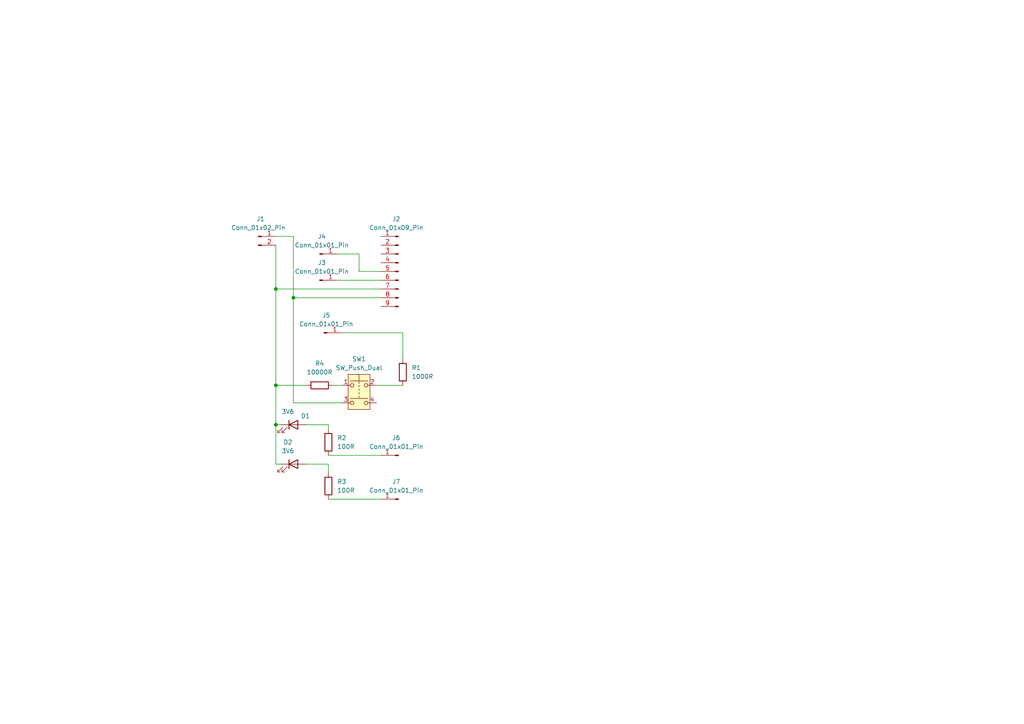
<source format=kicad_sch>
(kicad_sch (version 20230121) (generator eeschema)
  (paper "A4")
  (lib_symbols
    (symbol "Connector:Conn_01x01_Pin" (pin_names (offset 1.016) hide)
      (property "Reference" "J" (at 0 2.54 0))
      (property "Value" "Conn_01x01_Pin" (at 0 -2.54 0))
      (symbol "Conn_01x01_Pin_1_1"
        (polyline (pts (xy 1.27 0) (xy 0.8636 0)) (stroke (width 0.1524)))
        (rectangle (start 0.8636 0.127) (end 0 -0.127) (stroke (width 0.1524)) (fill (type outline)))
        (pin passive line (at 5.08 0 180) (length 3.81) (name "Pin_1") (number "1"))
      )
    )
    (symbol "Connector:Conn_01x02_Pin" (pin_names (offset 1.016) hide)
      (property "Reference" "J" (at 0 2.54 0))
      (property "Value" "Conn_01x02_Pin" (at 0 -5.08 0))
      (symbol "Conn_01x02_Pin_1_1"
        (polyline (pts (xy 1.27 -2.54) (xy 0.8636 -2.54)) (stroke (width 0.1524)))
        (polyline (pts (xy 1.27 0) (xy 0.8636 0)) (stroke (width 0.1524)))
        (rectangle (start 0.8636 -2.413) (end 0 -2.667) (stroke (width 0.1524)) (fill (type outline)))
        (rectangle (start 0.8636 0.127) (end 0 -0.127) (stroke (width 0.1524)) (fill (type outline)))
        (pin passive line (at 5.08 0 180) (length 3.81) (name "Pin_1") (number "1"))
        (pin passive line (at 5.08 -2.54 180) (length 3.81) (name "Pin_2") (number "2"))
      )
    )
    (symbol "Connector:Conn_01x09_Pin" (pin_names (offset 1.016) hide)
      (property "Reference" "J" (at 0 12.7 0))
      (property "Value" "Conn_01x09_Pin" (at 0 -12.7 0))
      (symbol "Conn_01x09_Pin_1_1"
        (polyline (pts (xy 1.27 -10.16) (xy 0.8636 -10.16)) (stroke (width 0.1524)))
        (polyline (pts (xy 1.27 -7.62) (xy 0.8636 -7.62)) (stroke (width 0.1524)))
        (polyline (pts (xy 1.27 -5.08) (xy 0.8636 -5.08)) (stroke (width 0.1524)))
        (polyline (pts (xy 1.27 -2.54) (xy 0.8636 -2.54)) (stroke (width 0.1524)))
        (polyline (pts (xy 1.27 0) (xy 0.8636 0)) (stroke (width 0.1524)))
        (polyline (pts (xy 1.27 2.54) (xy 0.8636 2.54)) (stroke (width 0.1524)))
        (polyline (pts (xy 1.27 5.08) (xy 0.8636 5.08)) (stroke (width 0.1524)))
        (polyline (pts (xy 1.27 7.62) (xy 0.8636 7.62)) (stroke (width 0.1524)))
        (polyline (pts (xy 1.27 10.16) (xy 0.8636 10.16)) (stroke (width 0.1524)))
        (rectangle (start 0.8636 -10.033) (end 0 -10.287) (stroke (width 0.1524)) (fill (type outline)))
        (rectangle (start 0.8636 -7.493) (end 0 -7.747) (stroke (width 0.1524)) (fill (type outline)))
        (rectangle (start 0.8636 -4.953) (end 0 -5.207) (stroke (width 0.1524)) (fill (type outline)))
        (rectangle (start 0.8636 -2.413) (end 0 -2.667) (stroke (width 0.1524)) (fill (type outline)))
        (rectangle (start 0.8636 0.127) (end 0 -0.127) (stroke (width 0.1524)) (fill (type outline)))
        (rectangle (start 0.8636 2.667) (end 0 2.413) (stroke (width 0.1524)) (fill (type outline)))
        (rectangle (start 0.8636 5.207) (end 0 4.953) (stroke (width 0.1524)) (fill (type outline)))
        (rectangle (start 0.8636 7.747) (end 0 7.493) (stroke (width 0.1524)) (fill (type outline)))
        (rectangle (start 0.8636 10.287) (end 0 10.033) (stroke (width 0.1524)) (fill (type outline)))
        (pin passive line (at 5.08 10.16 180) (length 3.81) (name "Pin_1") (number "1"))
        (pin passive line (at 5.08 7.62 180) (length 3.81) (name "Pin_2") (number "2"))
        (pin passive line (at 5.08 5.08 180) (length 3.81) (name "Pin_3") (number "3"))
        (pin passive line (at 5.08 2.54 180) (length 3.81) (name "Pin_4") (number "4"))
        (pin passive line (at 5.08 0 180) (length 3.81) (name "Pin_5") (number "5"))
        (pin passive line (at 5.08 -2.54 180) (length 3.81) (name "Pin_6") (number "6"))
        (pin passive line (at 5.08 -5.08 180) (length 3.81) (name "Pin_7") (number "7"))
        (pin passive line (at 5.08 -7.62 180) (length 3.81) (name "Pin_8") (number "8"))
        (pin passive line (at 5.08 -10.16 180) (length 3.81) (name "Pin_9") (number "9"))
      )
    )
    (symbol "Device:LED" (pin_numbers hide) (pin_names (offset 1.016) hide)
      (property "Reference" "D" (at 0 2.54 0))
      (property "Value" "LED" (at 0 -2.54 0))
      (symbol "LED_0_1"
        (polyline (pts (xy -1.27 -1.27) (xy -1.27 1.27)) (stroke (width 0.254)))
        (polyline (pts (xy -1.27 0) (xy 1.27 0)))
        (polyline (pts (xy 1.27 -1.27) (xy 1.27 1.27) (xy -1.27 0) (xy 1.27 -1.27)) (stroke (width 0.254)))
        (polyline (pts (xy -3.048 -0.762) (xy -4.572 -2.286) (xy -3.81 -2.286) (xy -4.572 -2.286) (xy -4.572 -1.524)))
        (polyline (pts (xy -1.778 -0.762) (xy -3.302 -2.286) (xy -2.54 -2.286) (xy -3.302 -2.286) (xy -3.302 -1.524)))
      )
      (symbol "LED_1_1"
        (pin passive line (at -3.81 0 0) (length 2.54) (name "K") (number "1"))
        (pin passive line (at 3.81 0 180) (length 2.54) (name "A") (number "2"))
      )
    )
    (symbol "Device:R" (pin_numbers hide) (pin_names (offset 0))
      (property "Reference" "R" (at 2.032 0 90))
      (property "Value" "R" (at 0 0 90))
      (symbol "R_0_1"
        (rectangle (start -1.016 -2.54) (end 1.016 2.54) (stroke (width 0.254)))
      )
      (symbol "R_1_1"
        (pin passive line (at 0 3.81 270) (length 1.27) (name "~") (number "1"))
        (pin passive line (at 0 -3.81 90) (length 1.27) (name "~") (number "2"))
      )
    )
    (symbol "Switch:SW_Push_Dual" (pin_names (offset 1.016) hide)
      (property "Reference" "SW" (at 0 7.62 0))
      (property "Value" "SW_Push_Dual" (at 0 -6.35 0))
      (symbol "SW_Push_Dual_0_1"
        (circle (center -2.032 -2.54) (radius 0.508))
        (circle (center -2.032 2.54) (radius 0.508))
        (polyline (pts (xy 0 -0.508) (xy 0 -1.016)))
        (polyline (pts (xy 0 0.508) (xy 0 0)))
        (polyline (pts (xy 0 1.016) (xy 0 1.524)))
        (polyline (pts (xy 0 2.032) (xy 0 2.54)))
        (polyline (pts (xy 0 3.048) (xy 0 3.556)))
        (polyline (pts (xy 0 3.81) (xy 0 5.588)))
        (polyline (pts (xy 2.54 -1.27) (xy -2.54 -1.27)))
        (polyline (pts (xy 2.54 3.81) (xy -2.54 3.81)))
        (circle (center 2.032 -2.54) (radius 0.508))
        (circle (center 2.032 2.54) (radius 0.508))
        (pin passive line (at -5.08 2.54 0) (length 2.54) (name "1") (number "1"))
        (pin passive line (at 5.08 2.54 180) (length 2.54) (name "2") (number "2"))
        (pin passive line (at -5.08 -2.54 0) (length 2.54) (name "3") (number "3"))
        (pin passive line (at 5.08 -2.54 180) (length 2.54) (name "4") (number "4"))
      )
      (symbol "SW_Push_Dual_1_1"
        (rectangle (start -3.175 5.715) (end 3.175 -4.445) (fill (type background)))
      )
    )
  )
  (junction (at 80.01 123.19))
  (junction (at 80.01 111.76))
  (junction (at 80.01 83.82))
  (junction (at 85.09 86.36))
  (wire (pts (xy 109.22 111.76) (xy 116.84 111.76)))
  (wire (pts (xy 85.09 68.58) (xy 85.09 86.36)))
  (wire (pts (xy 99.06 96.52) (xy 116.84 96.52)))
  (wire (pts (xy 96.52 111.76) (xy 99.06 111.76)))
  (wire (pts (xy 95.25 132.08) (xy 110.49 132.08)))
  (wire (pts (xy 97.79 73.66) (xy 104.14 73.66)))
  (wire (pts (xy 80.01 111.76) (xy 80.01 123.19)))
  (wire (pts (xy 116.84 96.52) (xy 116.84 104.14)))
  (wire (pts (xy 88.9 134.62) (xy 95.25 134.62)))
  (wire (pts (xy 80.01 68.58) (xy 85.09 68.58)))
  (wire (pts (xy 80.01 71.12) (xy 80.01 83.82)))
  (wire (pts (xy 95.25 123.19) (xy 95.25 124.46)))
  (wire (pts (xy 80.01 83.82) (xy 80.01 111.76)))
  (wire (pts (xy 97.79 81.28) (xy 110.49 81.28)))
  (wire (pts (xy 85.09 86.36) (xy 110.49 86.36)))
  (wire (pts (xy 99.06 116.84) (xy 85.09 116.84)))
  (wire (pts (xy 104.14 78.74) (xy 104.14 73.66)))
  (wire (pts (xy 80.01 83.82) (xy 110.49 83.82)))
  (wire (pts (xy 95.25 144.78) (xy 110.49 144.78)))
  (wire (pts (xy 110.49 78.74) (xy 104.14 78.74)))
  (wire (pts (xy 81.28 134.62) (xy 80.01 134.62)))
  (wire (pts (xy 85.09 86.36) (xy 85.09 116.84)))
  (wire (pts (xy 88.9 111.76) (xy 80.01 111.76)))
  (wire (pts (xy 80.01 123.19) (xy 80.01 134.62)))
  (wire (pts (xy 88.9 123.19) (xy 95.25 123.19)))
  (wire (pts (xy 95.25 134.62) (xy 95.25 137.16)))
  (wire (pts (xy 81.28 123.19) (xy 80.01 123.19)))
  (symbol (lib_id "Connector:Conn_01x01_Pin") (at 92.71 73.66 0) (unit 1)
    (property "Reference" "J4" (at 93.345 68.58 0))
    (property "Value" "Conn_01x01_Pin" (at 93.345 71.12 0))
    (property "Footprint" "Connector_PinHeader_1.27mm:PinHeader_1x01_P1.27mm_Vertical" (effects hide))
  )
  (symbol (lib_id "Connector:Conn_01x01_Pin") (at 115.57 132.08 0) (mirror y) (unit 1)
    (property "Reference" "J6" (at 114.935 127 0))
    (property "Value" "Conn_01x01_Pin" (at 114.935 129.54 0))
    (property "Footprint" "Connector_PinHeader_1.27mm:PinHeader_1x01_P1.27mm_Vertical" (effects hide))
  )
  (symbol (lib_id "Connector:Conn_01x01_Pin") (at 115.57 144.78 0) (mirror y) (unit 1)
    (property "Reference" "J7" (at 114.935 139.7 0))
    (property "Value" "Conn_01x01_Pin" (at 114.935 142.24 0))
    (property "Footprint" "Connector_PinHeader_1.27mm:PinHeader_1x01_P1.27mm_Vertical" (effects hide))
  )
  (symbol (lib_id "Device:LED") (at 85.09 123.19 0) (unit 1)
    (property "Reference" "D1" (at 88.5825 120.65 0))
    (property "Value" "3V6" (at 83.5025 119.38 0))
    (property "Footprint" "Diode_SMD:D_0201_0603Metric" (effects hide))
  )
  (symbol (lib_id "Connector:Conn_01x01_Pin") (at 93.98 96.52 0) (unit 1)
    (property "Reference" "J5" (at 94.615 91.44 0))
    (property "Value" "Conn_01x01_Pin" (at 94.615 93.98 0))
    (property "Footprint" "Connector_PinHeader_1.27mm:PinHeader_1x01_P1.27mm_Vertical" (effects hide))
  )
  (symbol (lib_id "Connector:Conn_01x02_Pin") (at 74.93 68.58 0) (unit 1)
    (property "Reference" "J1" (at 75.565 63.5 0))
    (property "Value" "Conn_01x02_Pin" (at 74.93 66.04 0))
    (property "Footprint" "Connector_PinHeader_1.27mm:PinHeader_1x02_P1.27mm_Vertical" (effects hide))
  )
  (symbol (lib_id "Device:LED") (at 85.09 134.62 0) (unit 1)
    (property "Reference" "D2" (at 83.5025 128.27 0))
    (property "Value" "3V6" (at 83.5025 130.81 0))
    (property "Footprint" "Diode_SMD:D_0201_0603Metric" (effects hide))
  )
  (symbol (lib_id "Device:R") (at 116.84 107.95 0) (unit 1)
    (property "Reference" "R1" (at 119.38 106.68 0) (effects (justify left)))
    (property "Value" "1000R" (at 119.38 109.22 0) (effects (justify left)))
    (property "Footprint" "Resistor_SMD:R_0805_2012Metric_Pad1.20x1.40mm_HandSolder" (effects hide))
  )
  (symbol (lib_id "Device:R") (at 92.71 111.76 90) (unit 1)
    (property "Reference" "R4" (at 92.71 105.41 90))
    (property "Value" "10000R" (at 92.71 107.95 90))
    (property "Footprint" "Resistor_SMD:R_0805_2012Metric_Pad1.20x1.40mm_HandSolder" (effects hide))
  )
  (symbol (lib_id "Connector:Conn_01x01_Pin") (at 92.71 81.28 0) (unit 1)
    (property "Reference" "J3" (at 93.345 76.2 0))
    (property "Value" "Conn_01x01_Pin" (at 93.345 78.74 0))
    (property "Footprint" "Connector_PinHeader_1.27mm:PinHeader_1x01_P1.27mm_Vertical" (effects hide))
  )
  (symbol (lib_id "Switch:SW_Push_Dual") (at 104.14 114.3 0) (unit 1)
    (property "Reference" "SW1" (at 104.14 104.14 0))
    (property "Value" "SW_Push_Dual" (at 104.14 106.68 0))
    (property "Footprint" "Button_Switch_THT:Push_E-Switch_KS01Q01" (effects hide))
  )
  (symbol (lib_id "Device:R") (at 95.25 128.27 0) (unit 1)
    (property "Reference" "R2" (at 97.79 127 0) (effects (justify left)))
    (property "Value" "100R" (at 97.79 129.54 0) (effects (justify left)))
    (property "Footprint" "Resistor_SMD:R_0805_2012Metric_Pad1.20x1.40mm_HandSolder" (effects hide))
  )
  (symbol (lib_id "Device:R") (at 95.25 140.97 0) (unit 1)
    (property "Reference" "R3" (at 97.79 139.7 0) (effects (justify left)))
    (property "Value" "100R" (at 97.79 142.24 0) (effects (justify left)))
    (property "Footprint" "Resistor_SMD:R_0805_2012Metric_Pad1.20x1.40mm_HandSolder" (effects hide))
  )
  (symbol (lib_id "Connector:Conn_01x09_Pin") (at 115.57 78.74 0) (mirror y) (unit 1)
    (property "Reference" "J2" (at 114.935 63.5 0))
    (property "Value" "Conn_01x09_Pin" (at 114.935 66.04 0))
    (property "Footprint" "Connector_PinHeader_1.27mm:PinHeader_1x09_P1.27mm_Vertical" (effects hide))
  )
)
</source>
